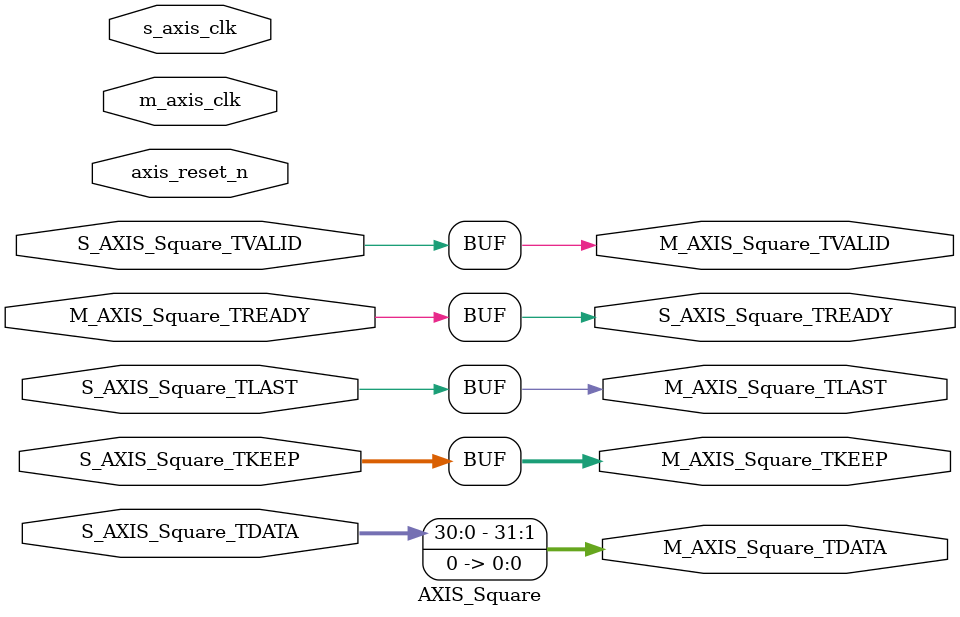
<source format=v>
`timescale 1ns / 1ps


module AXIS_Square(			
// Declare the attributes above the port declaration
(* X_INTERFACE_INFO = "xilinx.com:signal:reset:1.0 axis_reset_n RST" *)
// Supported parameter: POLARITY {ACTIVE_LOW, ACTIVE_HIGH}
// Normally active low is assumed.  Use this parameter to force the level
(* X_INTERFACE_PARAMETER = "POLARITY ACTIVE_LOW" *)
input axis_reset_n, //  (required)

// Declare the attributes above the port declaration
(* X_INTERFACE_INFO = "xilinx.com:signal:clock:1.0 axis_clk CLK" *)
// from the top BD.
(* X_INTERFACE_PARAMETER = "ASSOCIATED_BUSIF S_AXIS_Square, ASSOCIATED_RESET axis_reset_n, FREQ_HZ 125000000, FREQ_TOLERANCE_HZ 0" *)
input s_axis_clk, //  (required)


// Declare the attributes above the port declaration
(* X_INTERFACE_INFO = "xilinx.com:signal:clock:1.0 axis_clk CLK" *)
// from the top BD.
(* X_INTERFACE_PARAMETER = "ASSOCIATED_BUSIF M_AXIS_Square, ASSOCIATED_RESET axis_reset_n, FREQ_HZ 125000000, FREQ_TOLERANCE_HZ 0" *)
input m_axis_clk, //  (required)
			
		

//  input [<left_bound>:0] <s_tdest>,
  (* X_INTERFACE_INFO = "xilinx.com:interface:axis:1.0 S_AXIS_Square TDATA" *)
  input [31:0] S_AXIS_Square_TDATA, // Transfer Data (optional)
//  (* X_INTERFACE_INFO = "xilinx.com:interface:axis:1.0 <interface_name> TSTRB" *)
//  input [31:0] <s_tstrb>,)
  (* X_INTERFACE_INFO = "xilinx.com:interface:axis:1.0 S_AXIS_Square TKEEP" *)
  input [3:0] S_AXIS_Square_TKEEP, 
  (* X_INTERFACE_INFO = "xilinx.com:interface:axis:1.0 S_AXIS_Square TLAST" *)
  input S_AXIS_Square_TLAST, 
//  (* X_INTERFACE_INFO = "xilinx.com:interface:axis:1.0 <interface_name> TUSER" *)
//  input [31:0] <s_tuser>, 
  (* X_INTERFACE_INFO = "xilinx.com:interface:axis:1.0 S_AXIS_Square TVALID" *)
  input S_AXIS_Square_TVALID, 
  (* X_INTERFACE_INFO = "xilinx.com:interface:axis:1.0 S_AXIS_Square TREADY" *)
  output S_AXIS_Square_TREADY, 
  
  //MAXIS
    (* X_INTERFACE_INFO = "xilinx.com:interface:axis:1.0 M_AXIS_Square TDATA" *)
  output [31:0] M_AXIS_Square_TDATA, 
//  (* X_INTERFACE_INFO = "xilinx.com:interface:axis:1.0 <interface_name> TSTRB" *)
//  input [31:0] <s_tstrb>
  (* X_INTERFACE_INFO = "xilinx.com:interface:axis:1.0 M_AXIS_Square TKEEP" *)
  output [3:0] M_AXIS_Square_TKEEP, 
  (* X_INTERFACE_INFO = "xilinx.com:interface:axis:1.0 M_AXIS_Square TLAST" *)
  output M_AXIS_Square_TLAST, // Packet Boundary Indicator (optional)
//  (* X_INTERFACE_INFO = "xilinx.com:interface:axis:1.0 <interface_name> TUSER" *)
//  input [31:0] <s_tuser>
  (* X_INTERFACE_INFO = "xilinx.com:interface:axis:1.0 M_AXIS_Square TVALID" *)
  output M_AXIS_Square_TVALID, 
  (* X_INTERFACE_INFO = "xilinx.com:interface:axis:1.0 M_AXIS_Square TREADY" *)
  input M_AXIS_Square_TREADY 
//  additional ports here
);

//  user logic here
assign M_AXIS_Square_TDATA = S_AXIS_Square_TDATA << 1;
assign M_AXIS_Square_TKEEP = S_AXIS_Square_TKEEP;
assign M_AXIS_Square_TLAST = S_AXIS_Square_TLAST;
assign M_AXIS_Square_TVALID = S_AXIS_Square_TVALID;
assign S_AXIS_Square_TREADY = M_AXIS_Square_TREADY;
endmodule
			
		

</source>
